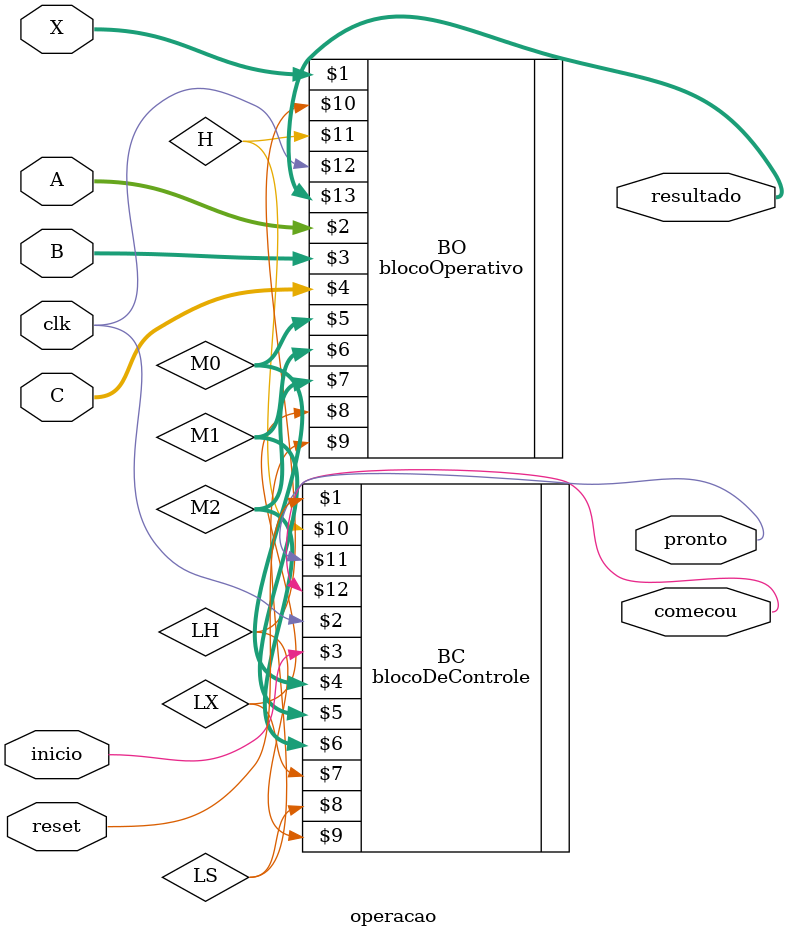
<source format=v>
`include "blocoDeControle.v"
`include "blocoOperativo.v"

module operacao (
    input reset,
    input clk,
    input inicio,
    input [7:0] X,
    input [15:0] A,
    input [15:0] B,
    input [15:0] C,
    output [15:0] resultado,
    output pronto,
    output comecou
    
);

    wire [1:0] M0;
    wire [1:0] M1;
    wire [1:0] M2;
    wire LX;
    wire LS;
    wire LH;
    wire H;

    blocoDeControle BC(reset, clk, inicio, M0, M1, M2, LX, LS, LH, H, pronto, comecou);
    blocoOperativo BO(X, A, B, C, M0, M1, M2, LX, LS, LH, H, clk, resultado);

    
endmodule
</source>
